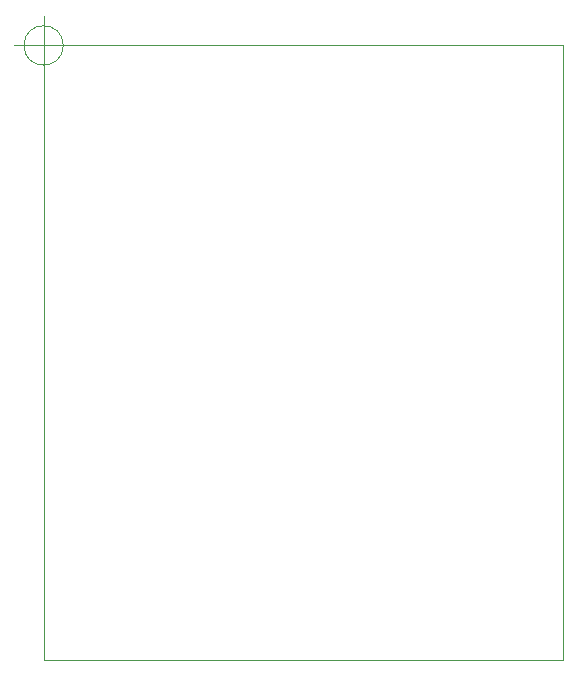
<source format=gbr>
%TF.GenerationSoftware,KiCad,Pcbnew,5.1.6-1.fc32*%
%TF.CreationDate,2020-08-22T09:30:13+02:00*%
%TF.ProjectId,pm_monitor_1,706d5f6d-6f6e-4697-946f-725f312e6b69,rev?*%
%TF.SameCoordinates,Original*%
%TF.FileFunction,Profile,NP*%
%FSLAX46Y46*%
G04 Gerber Fmt 4.6, Leading zero omitted, Abs format (unit mm)*
G04 Created by KiCad (PCBNEW 5.1.6-1.fc32) date 2020-08-22 09:30:13*
%MOMM*%
%LPD*%
G01*
G04 APERTURE LIST*
%TA.AperFunction,Profile*%
%ADD10C,0.050000*%
%TD*%
G04 APERTURE END LIST*
D10*
X51666666Y-50000000D02*
G75*
G03*
X51666666Y-50000000I-1666666J0D01*
G01*
X47500000Y-50000000D02*
X52500000Y-50000000D01*
X50000000Y-47500000D02*
X50000000Y-52500000D01*
X50000000Y-102000000D02*
X50000000Y-50000000D01*
X94000000Y-102000000D02*
X50000000Y-102000000D01*
X94000000Y-50000000D02*
X94000000Y-102000000D01*
X50000000Y-50000000D02*
X94000000Y-50000000D01*
M02*

</source>
